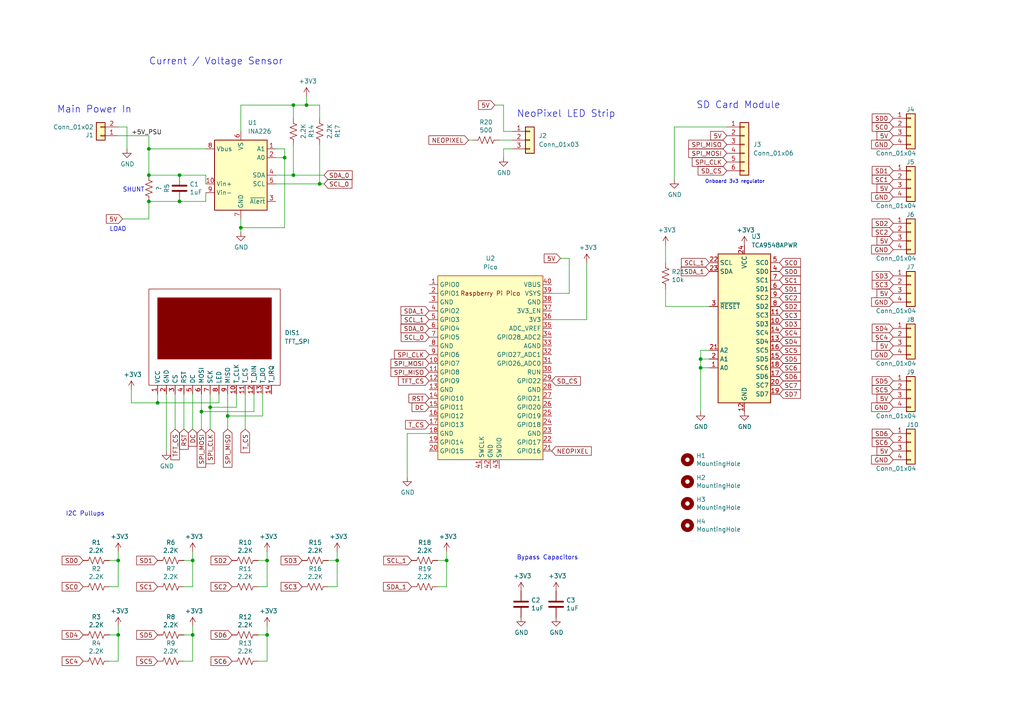
<source format=kicad_sch>
(kicad_sch (version 20211123) (generator eeschema)
  (paper "A4")
  (lib_symbols
    (symbol "Analog_ADC:INA226"
      (property "Reference" "U" (at -6.35 11.43 0))
      (property "Value" "INA226" (at 3.81 11.43 0))
      (symbol "INA226_0_1"
        (rectangle (start 7.62 10.16) (end -7.62 -10.16) (stroke (width 0.254)) (fill (type background)))
      )
      (symbol "INA226_1_1"
        (pin input line (at 10.16 7.62 180) (length 2.54) (name "A1") (number "1"))
        (pin input line (at -10.16 -2.54 0) (length 2.54) (name "Vin+") (number "10"))
        (pin input line (at 10.16 5.08 180) (length 2.54) (name "A0") (number "2"))
        (pin open_collector line (at 10.16 -7.62 180) (length 2.54) (name "~{Alert}") (number "3"))
        (pin bidirectional line (at 10.16 0 180) (length 2.54) (name "SDA") (number "4"))
        (pin input line (at 10.16 -2.54 180) (length 2.54) (name "SCL") (number "5"))
        (pin power_in line (at 0 12.7 270) (length 2.54) (name "VS") (number "6"))
        (pin power_in line (at 0 -12.7 90) (length 2.54) (name "GND") (number "7"))
        (pin input line (at -10.16 7.62 0) (length 2.54) (name "Vbus") (number "8"))
        (pin input line (at -10.16 -5.08 0) (length 2.54) (name "Vin-") (number "9"))
      )
    )
    (symbol "Connector_Generic:Conn_01x02" (pin_names (offset 1.016) hide)
      (property "Reference" "J" (at 0 2.54 0))
      (property "Value" "Conn_01x02" (at 0 -5.08 0))
      (symbol "Conn_01x02_1_1"
        (rectangle (start -1.27 -2.413) (end 0 -2.667) (stroke (width 0.1524)))
        (rectangle (start -1.27 0.127) (end 0 -0.127) (stroke (width 0.1524)))
        (rectangle (start -1.27 1.27) (end 1.27 -3.81) (stroke (width 0.254)) (fill (type background)))
        (pin passive line (at -5.08 0 0) (length 3.81) (name "Pin_1") (number "1"))
        (pin passive line (at -5.08 -2.54 0) (length 3.81) (name "Pin_2") (number "2"))
      )
    )
    (symbol "Connector_Generic:Conn_01x03" (pin_names (offset 1.016) hide)
      (property "Reference" "J" (at 0 5.08 0))
      (property "Value" "Conn_01x03" (at 0 -5.08 0))
      (symbol "Conn_01x03_1_1"
        (rectangle (start -1.27 -2.413) (end 0 -2.667) (stroke (width 0.1524)))
        (rectangle (start -1.27 0.127) (end 0 -0.127) (stroke (width 0.1524)))
        (rectangle (start -1.27 2.667) (end 0 2.413) (stroke (width 0.1524)))
        (rectangle (start -1.27 3.81) (end 1.27 -3.81) (stroke (width 0.254)) (fill (type background)))
        (pin passive line (at -5.08 2.54 0) (length 3.81) (name "Pin_1") (number "1"))
        (pin passive line (at -5.08 0 0) (length 3.81) (name "Pin_2") (number "2"))
        (pin passive line (at -5.08 -2.54 0) (length 3.81) (name "Pin_3") (number "3"))
      )
    )
    (symbol "Connector_Generic:Conn_01x04" (pin_names (offset 1.016) hide)
      (property "Reference" "J" (at 0 5.08 0))
      (property "Value" "Conn_01x04" (at 0 -7.62 0))
      (symbol "Conn_01x04_1_1"
        (rectangle (start -1.27 -4.953) (end 0 -5.207) (stroke (width 0.1524)))
        (rectangle (start -1.27 -2.413) (end 0 -2.667) (stroke (width 0.1524)))
        (rectangle (start -1.27 0.127) (end 0 -0.127) (stroke (width 0.1524)))
        (rectangle (start -1.27 2.667) (end 0 2.413) (stroke (width 0.1524)))
        (rectangle (start -1.27 3.81) (end 1.27 -6.35) (stroke (width 0.254)) (fill (type background)))
        (pin passive line (at -5.08 2.54 0) (length 3.81) (name "Pin_1") (number "1"))
        (pin passive line (at -5.08 0 0) (length 3.81) (name "Pin_2") (number "2"))
        (pin passive line (at -5.08 -2.54 0) (length 3.81) (name "Pin_3") (number "3"))
        (pin passive line (at -5.08 -5.08 0) (length 3.81) (name "Pin_4") (number "4"))
      )
    )
    (symbol "Connector_Generic:Conn_01x06" (pin_names (offset 1.016) hide)
      (property "Reference" "J" (at 0 7.62 0))
      (property "Value" "Conn_01x06" (at 0 -10.16 0))
      (symbol "Conn_01x06_1_1"
        (rectangle (start -1.27 -7.493) (end 0 -7.747) (stroke (width 0.1524)))
        (rectangle (start -1.27 -4.953) (end 0 -5.207) (stroke (width 0.1524)))
        (rectangle (start -1.27 -2.413) (end 0 -2.667) (stroke (width 0.1524)))
        (rectangle (start -1.27 0.127) (end 0 -0.127) (stroke (width 0.1524)))
        (rectangle (start -1.27 2.667) (end 0 2.413) (stroke (width 0.1524)))
        (rectangle (start -1.27 5.207) (end 0 4.953) (stroke (width 0.1524)))
        (rectangle (start -1.27 6.35) (end 1.27 -8.89) (stroke (width 0.254)) (fill (type background)))
        (pin passive line (at -5.08 5.08 0) (length 3.81) (name "Pin_1") (number "1"))
        (pin passive line (at -5.08 2.54 0) (length 3.81) (name "Pin_2") (number "2"))
        (pin passive line (at -5.08 0 0) (length 3.81) (name "Pin_3") (number "3"))
        (pin passive line (at -5.08 -2.54 0) (length 3.81) (name "Pin_4") (number "4"))
        (pin passive line (at -5.08 -5.08 0) (length 3.81) (name "Pin_5") (number "5"))
        (pin passive line (at -5.08 -7.62 0) (length 3.81) (name "Pin_6") (number "6"))
      )
    )
    (symbol "Device:C" (pin_numbers hide) (pin_names (offset 0.254))
      (property "Reference" "C" (at 0.635 2.54 0))
      (property "Value" "C" (at 0.635 -2.54 0))
      (symbol "C_0_1"
        (polyline (pts (xy -2.032 -0.762) (xy 2.032 -0.762)) (stroke (width 0.508)))
        (polyline (pts (xy -2.032 0.762) (xy 2.032 0.762)) (stroke (width 0.508)))
      )
      (symbol "C_1_1"
        (pin passive line (at 0 3.81 270) (length 2.794) (name "~") (number "1"))
        (pin passive line (at 0 -3.81 90) (length 2.794) (name "~") (number "2"))
      )
    )
    (symbol "Device:R_US" (pin_numbers hide) (pin_names (offset 0))
      (property "Reference" "R" (at 2.54 0 90))
      (property "Value" "R_US" (at -2.54 0 90))
      (symbol "R_US_0_1"
        (polyline (pts (xy 0 -2.286) (xy 0 -2.54)))
        (polyline (pts (xy 0 2.286) (xy 0 2.54)))
        (polyline (pts (xy 0 -0.762) (xy 1.016 -1.143) (xy 0 -1.524) (xy -1.016 -1.905) (xy 0 -2.286)))
        (polyline (pts (xy 0 0.762) (xy 1.016 0.381) (xy 0 0) (xy -1.016 -0.381) (xy 0 -0.762)))
        (polyline (pts (xy 0 2.286) (xy 1.016 1.905) (xy 0 1.524) (xy -1.016 1.143) (xy 0 0.762)))
      )
      (symbol "R_US_1_1"
        (pin passive line (at 0 3.81 270) (length 1.27) (name "~") (number "1"))
        (pin passive line (at 0 -3.81 90) (length 1.27) (name "~") (number "2"))
      )
    )
    (symbol "General:TFT_SPI"
      (property "Reference" "DIS" (at 3.81 29.21 0))
      (property "Value" "TFT_SPI" (at 36.83 29.21 0))
      (symbol "TFT_SPI_0_1"
        (rectangle (start 2.54 0) (end 40.64 27.94))
        (rectangle (start 5.08 25.4) (end 38.1 7.62) (fill (type outline)))
      )
      (symbol "TFT_SPI_1_1"
        (pin input line (at 5.08 -2.54 90) (length 2.54) (name "VCC") (number "1"))
        (pin input line (at 27.94 -2.54 90) (length 2.54) (name "T_CLK") (number "10"))
        (pin input line (at 30.48 -2.54 90) (length 2.54) (name "T_CS") (number "11"))
        (pin input line (at 33.02 -2.54 90) (length 2.54) (name "T_DIN") (number "12"))
        (pin input line (at 35.56 -2.54 90) (length 2.54) (name "T_DO") (number "13"))
        (pin input line (at 38.1 -2.54 90) (length 2.54) (name "T_IRQ") (number "14"))
        (pin input line (at 7.62 -2.54 90) (length 2.54) (name "GND") (number "2"))
        (pin input line (at 10.16 -2.54 90) (length 2.54) (name "CS") (number "3"))
        (pin input line (at 12.7 -2.54 90) (length 2.54) (name "RST") (number "4"))
        (pin input line (at 15.24 -2.54 90) (length 2.54) (name "DC") (number "5"))
        (pin input line (at 17.78 -2.54 90) (length 2.54) (name "MOSI") (number "6"))
        (pin input line (at 20.32 -2.54 90) (length 2.54) (name "SCK") (number "7"))
        (pin input line (at 22.86 -2.54 90) (length 2.54) (name "LED") (number "8"))
        (pin input line (at 25.4 -2.54 90) (length 2.54) (name "MISO") (number "9"))
      )
    )
    (symbol "Interface_Expansion:TCA9548APWR"
      (property "Reference" "U" (at -7.62 21.59 0))
      (property "Value" "TCA9548APWR" (at 1.016 21.59 0))
      (symbol "TCA9548APWR_0_1"
        (rectangle (start -7.62 20.32) (end 7.62 -22.86) (stroke (width 0.254)) (fill (type background)))
      )
      (symbol "TCA9548APWR_1_1"
        (pin input line (at -10.16 -12.7 0) (length 2.54) (name "A0") (number "1"))
        (pin bidirectional line (at 10.16 0 180) (length 2.54) (name "SD3") (number "10"))
        (pin output line (at 10.16 2.54 180) (length 2.54) (name "SC3") (number "11"))
        (pin power_in line (at 0 -25.4 90) (length 2.54) (name "GND") (number "12"))
        (pin bidirectional line (at 10.16 -5.08 180) (length 2.54) (name "SD4") (number "13"))
        (pin output line (at 10.16 -2.54 180) (length 2.54) (name "SC4") (number "14"))
        (pin bidirectional line (at 10.16 -10.16 180) (length 2.54) (name "SD5") (number "15"))
        (pin output line (at 10.16 -7.62 180) (length 2.54) (name "SC5") (number "16"))
        (pin bidirectional line (at 10.16 -15.24 180) (length 2.54) (name "SD6") (number "17"))
        (pin output line (at 10.16 -12.7 180) (length 2.54) (name "SC6") (number "18"))
        (pin bidirectional line (at 10.16 -20.32 180) (length 2.54) (name "SD7") (number "19"))
        (pin input line (at -10.16 -10.16 0) (length 2.54) (name "A1") (number "2"))
        (pin output line (at 10.16 -17.78 180) (length 2.54) (name "SC7") (number "20"))
        (pin input line (at -10.16 -7.62 0) (length 2.54) (name "A2") (number "21"))
        (pin input line (at -10.16 17.78 0) (length 2.54) (name "SCL") (number "22"))
        (pin bidirectional line (at -10.16 15.24 0) (length 2.54) (name "SDA") (number "23"))
        (pin power_in line (at 0 22.86 270) (length 2.54) (name "VCC") (number "24"))
        (pin input line (at -10.16 5.08 0) (length 2.54) (name "~{RESET}") (number "3"))
        (pin bidirectional line (at 10.16 15.24 180) (length 2.54) (name "SD0") (number "4"))
        (pin output line (at 10.16 17.78 180) (length 2.54) (name "SC0") (number "5"))
        (pin bidirectional line (at 10.16 10.16 180) (length 2.54) (name "SD1") (number "6"))
        (pin output line (at 10.16 12.7 180) (length 2.54) (name "SC1") (number "7"))
        (pin bidirectional line (at 10.16 5.08 180) (length 2.54) (name "SD2") (number "8"))
        (pin output line (at 10.16 7.62 180) (length 2.54) (name "SC2") (number "9"))
      )
    )
    (symbol "MCU_RaspberryPi_and_Boards:Pico"
      (property "Reference" "U" (at -13.97 27.94 0))
      (property "Value" "Pico" (at 0 19.05 0))
      (symbol "Pico_0_0"
        (text "Raspberry Pi Pico" (at 0 21.59 0) (effects (font (size 1.27 1.27))))
      )
      (symbol "Pico_0_1"
        (rectangle (start -15.24 26.67) (end 15.24 -26.67) (fill (type background)))
      )
      (symbol "Pico_1_1"
        (pin bidirectional line (at -17.78 24.13 0) (length 2.54) (name "GPIO0") (number "1"))
        (pin bidirectional line (at -17.78 1.27 0) (length 2.54) (name "GPIO7") (number "10"))
        (pin bidirectional line (at -17.78 -1.27 0) (length 2.54) (name "GPIO8") (number "11"))
        (pin bidirectional line (at -17.78 -3.81 0) (length 2.54) (name "GPIO9") (number "12"))
        (pin power_in line (at -17.78 -6.35 0) (length 2.54) (name "GND") (number "13"))
        (pin bidirectional line (at -17.78 -8.89 0) (length 2.54) (name "GPIO10") (number "14"))
        (pin bidirectional line (at -17.78 -11.43 0) (length 2.54) (name "GPIO11") (number "15"))
        (pin bidirectional line (at -17.78 -13.97 0) (length 2.54) (name "GPIO12") (number "16"))
        (pin bidirectional line (at -17.78 -16.51 0) (length 2.54) (name "GPIO13") (number "17"))
        (pin power_in line (at -17.78 -19.05 0) (length 2.54) (name "GND") (number "18"))
        (pin bidirectional line (at -17.78 -21.59 0) (length 2.54) (name "GPIO14") (number "19"))
        (pin bidirectional line (at -17.78 21.59 0) (length 2.54) (name "GPIO1") (number "2"))
        (pin bidirectional line (at -17.78 -24.13 0) (length 2.54) (name "GPIO15") (number "20"))
        (pin bidirectional line (at 17.78 -24.13 180) (length 2.54) (name "GPIO16") (number "21"))
        (pin bidirectional line (at 17.78 -21.59 180) (length 2.54) (name "GPIO17") (number "22"))
        (pin power_in line (at 17.78 -19.05 180) (length 2.54) (name "GND") (number "23"))
        (pin bidirectional line (at 17.78 -16.51 180) (length 2.54) (name "GPIO18") (number "24"))
        (pin bidirectional line (at 17.78 -13.97 180) (length 2.54) (name "GPIO19") (number "25"))
        (pin bidirectional line (at 17.78 -11.43 180) (length 2.54) (name "GPIO20") (number "26"))
        (pin bidirectional line (at 17.78 -8.89 180) (length 2.54) (name "GPIO21") (number "27"))
        (pin power_in line (at 17.78 -6.35 180) (length 2.54) (name "GND") (number "28"))
        (pin bidirectional line (at 17.78 -3.81 180) (length 2.54) (name "GPIO22") (number "29"))
        (pin power_in line (at -17.78 19.05 0) (length 2.54) (name "GND") (number "3"))
        (pin input line (at 17.78 -1.27 180) (length 2.54) (name "RUN") (number "30"))
        (pin bidirectional line (at 17.78 1.27 180) (length 2.54) (name "GPIO26_ADC0") (number "31"))
        (pin bidirectional line (at 17.78 3.81 180) (length 2.54) (name "GPIO27_ADC1") (number "32"))
        (pin power_in line (at 17.78 6.35 180) (length 2.54) (name "AGND") (number "33"))
        (pin bidirectional line (at 17.78 8.89 180) (length 2.54) (name "GPIO28_ADC2") (number "34"))
        (pin power_in line (at 17.78 11.43 180) (length 2.54) (name "ADC_VREF") (number "35"))
        (pin power_in line (at 17.78 13.97 180) (length 2.54) (name "3V3") (number "36"))
        (pin input line (at 17.78 16.51 180) (length 2.54) (name "3V3_EN") (number "37"))
        (pin bidirectional line (at 17.78 19.05 180) (length 2.54) (name "GND") (number "38"))
        (pin power_in line (at 17.78 21.59 180) (length 2.54) (name "VSYS") (number "39"))
        (pin bidirectional line (at -17.78 16.51 0) (length 2.54) (name "GPIO2") (number "4"))
        (pin power_in line (at 17.78 24.13 180) (length 2.54) (name "VBUS") (number "40"))
        (pin input line (at -2.54 -29.21 90) (length 2.54) (name "SWCLK") (number "41"))
        (pin power_in line (at 0 -29.21 90) (length 2.54) (name "GND") (number "42"))
        (pin bidirectional line (at 2.54 -29.21 90) (length 2.54) (name "SWDIO") (number "43"))
        (pin bidirectional line (at -17.78 13.97 0) (length 2.54) (name "GPIO3") (number "5"))
        (pin bidirectional line (at -17.78 11.43 0) (length 2.54) (name "GPIO4") (number "6"))
        (pin bidirectional line (at -17.78 8.89 0) (length 2.54) (name "GPIO5") (number "7"))
        (pin power_in line (at -17.78 6.35 0) (length 2.54) (name "GND") (number "8"))
        (pin bidirectional line (at -17.78 3.81 0) (length 2.54) (name "GPIO6") (number "9"))
      )
    )
    (symbol "Mechanical:MountingHole" (pin_names (offset 1.016))
      (property "Reference" "H" (at 0 5.08 0))
      (property "Value" "MountingHole" (at 0 3.175 0))
      (symbol "MountingHole_0_1"
        (circle (center 0 0) (radius 1.27) (stroke (width 1.27)))
      )
    )
    (symbol "power:+3V3" (power) (pin_names (offset 0))
      (property "Value" "+3V3" (at 0 3.556 0))
      (symbol "+3V3_0_1"
        (polyline (pts (xy -0.762 1.27) (xy 0 2.54)))
        (polyline (pts (xy 0 0) (xy 0 2.54)))
        (polyline (pts (xy 0 2.54) (xy 0.762 1.27)))
      )
      (symbol "+3V3_1_1"
        (pin power_in line (at 0 0 90) (length 0) hide (name "+3V3") (number "1"))
      )
    )
    (symbol "power:GND" (power) (pin_names (offset 0))
      (property "Value" "GND" (at 0 -3.81 0))
      (symbol "GND_0_1"
        (polyline (pts (xy 0 0) (xy 0 -1.27) (xy 1.27 -1.27) (xy 0 -2.54) (xy -1.27 -1.27) (xy 0 -1.27)))
      )
      (symbol "GND_1_1"
        (pin power_in line (at 0 0 270) (length 0) hide (name "GND") (number "1"))
      )
    )
  )
  (junction (at 34.29 162.56))
  (junction (at 52.07 50.8))
  (junction (at 77.47 184.15))
  (junction (at 55.88 162.56))
  (junction (at 85.09 50.8))
  (junction (at 43.18 43.18))
  (junction (at 82.55 45.72))
  (junction (at 43.18 50.8))
  (junction (at 55.88 184.15))
  (junction (at 34.29 184.15))
  (junction (at 92.71 53.34))
  (junction (at 58.42 119.38))
  (junction (at 43.18 58.42))
  (junction (at 66.04 120.65))
  (junction (at 60.96 118.11))
  (junction (at 129.54 162.56))
  (junction (at 52.07 58.42))
  (junction (at 69.85 66.04))
  (junction (at 45.72 116.84))
  (junction (at 85.09 30.48))
  (junction (at 203.2 104.14))
  (junction (at 77.47 162.56))
  (junction (at 97.79 162.56))
  (junction (at 203.2 106.68))
  (junction (at 88.9 30.48))
  (wire (pts (xy 74.93 162.56) (xy 77.47 162.56)))
  (wire (pts (xy 203.2 101.6) (xy 203.2 104.14)))
  (wire (pts (xy 48.26 114.3) (xy 48.26 130.81)))
  (wire (pts (xy 205.74 101.6) (xy 203.2 101.6)))
  (wire (pts (xy 76.2 120.65) (xy 66.04 120.65)))
  (wire (pts (xy 118.11 125.73) (xy 118.11 138.43)))
  (wire (pts (xy 31.75 191.77) (xy 34.29 191.77)))
  (wire (pts (xy 59.69 55.88) (xy 59.69 58.42)))
  (wire (pts (xy 50.8 114.3) (xy 50.8 124.46)))
  (wire (pts (xy 97.79 170.18) (xy 97.79 162.56)))
  (wire (pts (xy 34.29 184.15) (xy 34.29 181.61)))
  (wire (pts (xy 69.85 30.48) (xy 85.09 30.48)))
  (wire (pts (xy 77.47 184.15) (xy 77.47 181.61)))
  (wire (pts (xy 71.12 114.3) (xy 71.12 124.46)))
  (wire (pts (xy 31.75 170.18) (xy 34.29 170.18)))
  (wire (pts (xy 45.72 114.3) (xy 45.72 116.84)))
  (wire (pts (xy 85.09 41.91) (xy 85.09 50.8)))
  (wire (pts (xy 95.25 170.18) (xy 97.79 170.18)))
  (wire (pts (xy 129.54 162.56) (xy 129.54 160.02)))
  (wire (pts (xy 195.58 36.83) (xy 195.58 52.07)))
  (wire (pts (xy 205.74 104.14) (xy 203.2 104.14)))
  (wire (pts (xy 77.47 162.56) (xy 77.47 160.02)))
  (wire (pts (xy 43.18 58.42) (xy 52.07 58.42)))
  (wire (pts (xy 55.88 191.77) (xy 55.88 184.15)))
  (wire (pts (xy 74.93 170.18) (xy 77.47 170.18)))
  (wire (pts (xy 43.18 39.37) (xy 43.18 43.18)))
  (wire (pts (xy 82.55 66.04) (xy 69.85 66.04)))
  (wire (pts (xy 63.5 116.84) (xy 63.5 114.3)))
  (wire (pts (xy 195.58 36.83) (xy 210.82 36.83)))
  (wire (pts (xy 193.04 88.9) (xy 193.04 83.82)))
  (wire (pts (xy 34.29 170.18) (xy 34.29 162.56)))
  (wire (pts (xy 55.88 114.3) (xy 55.88 124.46)))
  (wire (pts (xy 43.18 43.18) (xy 59.69 43.18)))
  (wire (pts (xy 203.2 104.14) (xy 203.2 106.68)))
  (wire (pts (xy 74.93 184.15) (xy 77.47 184.15)))
  (wire (pts (xy 53.34 170.18) (xy 55.88 170.18)))
  (wire (pts (xy 55.88 162.56) (xy 55.88 160.02)))
  (wire (pts (xy 60.96 118.11) (xy 60.96 124.46)))
  (wire (pts (xy 165.1 74.93) (xy 165.1 85.09)))
  (wire (pts (xy 55.88 170.18) (xy 55.88 162.56)))
  (wire (pts (xy 205.74 106.68) (xy 203.2 106.68)))
  (wire (pts (xy 193.04 71.12) (xy 193.04 76.2)))
  (wire (pts (xy 127 170.18) (xy 129.54 170.18)))
  (wire (pts (xy 85.09 50.8) (xy 80.01 50.8)))
  (wire (pts (xy 85.09 34.29) (xy 85.09 30.48)))
  (wire (pts (xy 52.07 58.42) (xy 59.69 58.42)))
  (wire (pts (xy 85.09 30.48) (xy 88.9 30.48)))
  (wire (pts (xy 92.71 41.91) (xy 92.71 53.34)))
  (wire (pts (xy 66.04 120.65) (xy 66.04 124.46)))
  (wire (pts (xy 66.04 114.3) (xy 66.04 120.65)))
  (wire (pts (xy 129.54 170.18) (xy 129.54 162.56)))
  (wire (pts (xy 146.05 30.48) (xy 143.51 30.48)))
  (wire (pts (xy 36.83 36.83) (xy 36.83 43.18)))
  (wire (pts (xy 135.89 40.64) (xy 137.16 40.64)))
  (wire (pts (xy 165.1 85.09) (xy 160.02 85.09)))
  (wire (pts (xy 55.88 184.15) (xy 55.88 181.61)))
  (wire (pts (xy 43.18 58.42) (xy 43.18 63.5)))
  (wire (pts (xy 35.56 63.5) (xy 43.18 63.5)))
  (wire (pts (xy 170.18 92.71) (xy 170.18 76.2)))
  (wire (pts (xy 76.2 114.3) (xy 76.2 120.65)))
  (wire (pts (xy 146.05 43.18) (xy 146.05 45.72)))
  (wire (pts (xy 148.59 43.18) (xy 146.05 43.18)))
  (wire (pts (xy 77.47 191.77) (xy 77.47 184.15)))
  (wire (pts (xy 68.58 114.3) (xy 68.58 118.11)))
  (wire (pts (xy 127 162.56) (xy 129.54 162.56)))
  (wire (pts (xy 74.93 191.77) (xy 77.47 191.77)))
  (wire (pts (xy 77.47 170.18) (xy 77.47 162.56)))
  (wire (pts (xy 34.29 162.56) (xy 34.29 160.02)))
  (wire (pts (xy 95.25 162.56) (xy 97.79 162.56)))
  (wire (pts (xy 92.71 30.48) (xy 92.71 34.29)))
  (wire (pts (xy 80.01 43.18) (xy 82.55 43.18)))
  (wire (pts (xy 68.58 118.11) (xy 60.96 118.11)))
  (wire (pts (xy 203.2 106.68) (xy 203.2 119.38)))
  (wire (pts (xy 53.34 114.3) (xy 53.34 124.46)))
  (wire (pts (xy 59.69 50.8) (xy 52.07 50.8)))
  (wire (pts (xy 58.42 114.3) (xy 58.42 119.38)))
  (wire (pts (xy 93.98 53.34) (xy 92.71 53.34)))
  (wire (pts (xy 162.56 74.93) (xy 165.1 74.93)))
  (wire (pts (xy 148.59 38.1) (xy 146.05 38.1)))
  (wire (pts (xy 69.85 63.5) (xy 69.85 66.04)))
  (wire (pts (xy 43.18 50.8) (xy 52.07 50.8)))
  (wire (pts (xy 45.72 116.84) (xy 63.5 116.84)))
  (wire (pts (xy 34.29 36.83) (xy 36.83 36.83)))
  (wire (pts (xy 31.75 184.15) (xy 34.29 184.15)))
  (wire (pts (xy 73.66 119.38) (xy 58.42 119.38)))
  (wire (pts (xy 53.34 184.15) (xy 55.88 184.15)))
  (wire (pts (xy 82.55 43.18) (xy 82.55 45.72)))
  (wire (pts (xy 38.1 116.84) (xy 45.72 116.84)))
  (wire (pts (xy 146.05 30.48) (xy 146.05 38.1)))
  (wire (pts (xy 34.29 191.77) (xy 34.29 184.15)))
  (wire (pts (xy 193.04 88.9) (xy 205.74 88.9)))
  (wire (pts (xy 38.1 113.03) (xy 38.1 116.84)))
  (wire (pts (xy 31.75 162.56) (xy 34.29 162.56)))
  (wire (pts (xy 53.34 162.56) (xy 55.88 162.56)))
  (wire (pts (xy 88.9 27.94) (xy 88.9 30.48)))
  (wire (pts (xy 92.71 53.34) (xy 80.01 53.34)))
  (wire (pts (xy 144.78 40.64) (xy 148.59 40.64)))
  (wire (pts (xy 69.85 30.48) (xy 69.85 38.1)))
  (wire (pts (xy 34.29 39.37) (xy 43.18 39.37)))
  (wire (pts (xy 80.01 45.72) (xy 82.55 45.72)))
  (wire (pts (xy 97.79 162.56) (xy 97.79 160.02)))
  (wire (pts (xy 58.42 119.38) (xy 58.42 124.46)))
  (wire (pts (xy 59.69 53.34) (xy 59.69 50.8)))
  (wire (pts (xy 69.85 66.04) (xy 69.85 67.31)))
  (wire (pts (xy 73.66 114.3) (xy 73.66 119.38)))
  (wire (pts (xy 88.9 30.48) (xy 92.71 30.48)))
  (wire (pts (xy 124.46 125.73) (xy 118.11 125.73)))
  (wire (pts (xy 160.02 92.71) (xy 170.18 92.71)))
  (wire (pts (xy 82.55 45.72) (xy 82.55 66.04)))
  (wire (pts (xy 53.34 191.77) (xy 55.88 191.77)))
  (wire (pts (xy 93.98 50.8) (xy 85.09 50.8)))
  (wire (pts (xy 60.96 114.3) (xy 60.96 118.11)))
  (wire (pts (xy 43.18 43.18) (xy 43.18 50.8)))
  (text "SD Card Module" (at 201.93 31.75 0) (effects (font (size 2 2)) (justify left bottom)))
  (text "Current / Voltage Sensor\n" (at 43.18 19.05 0) (effects (font (size 2 2)) (justify left bottom)))
  (text "Main Power In\n" (at 16.51 33.02 0) (effects (font (size 2 2)) (justify left bottom)))
  (text "Bypass Capacitors\n" (at 149.86 162.56 0) (effects (font (size 1.27 1.27)) (justify left bottom)))
  (text "Onboard 3v3 regulator" (at 204.47 53.34 0) (effects (font (size 1 1)) (justify left bottom)))
  (text "LOAD" (at 31.75 67.31 0) (effects (font (size 1.27 1.27)) (justify left bottom)))
  (text "I2C Pullups\n" (at 19.05 149.86 0) (effects (font (size 1.27 1.27)) (justify left bottom)))
  (text "SHUNT" (at 35.56 55.88 0) (effects (font (size 1.27 1.27)) (justify left bottom)))
  (text "NeoPixel LED Strip\n" (at 149.86 34.29 0) (effects (font (size 2 2)) (justify left bottom)))
  (label "+5V_PSU" (at 38.1 39.37 0))
  (global_label "SD_CS" (shape input) (at 160.02 110.49 0) (property "Intersheet References" "${INTERSHEET_REFS}" (effects hide)))
  (global_label "SD4" (shape input) (at 259.08 95.25 180) (property "Intersheet References" "${INTERSHEET_REFS}" (effects hide)))
  (global_label "RST" (shape input) (at 53.34 124.46 270) (property "Intersheet References" "${INTERSHEET_REFS}" (effects hide)))
  (global_label "SCL_1" (shape input) (at 124.46 92.71 180) (property "Intersheet References" "${INTERSHEET_REFS}" (effects hide)))
  (global_label "SD0" (shape input) (at 259.08 34.29 180) (property "Intersheet References" "${INTERSHEET_REFS}" (effects hide)))
  (global_label "5V" (shape input) (at 143.51 30.48 180) (property "Intersheet References" "${INTERSHEET_REFS}" (effects hide)))
  (global_label "SC4" (shape input) (at 259.08 97.79 180) (property "Intersheet References" "${INTERSHEET_REFS}" (effects hide)))
  (global_label "SC2" (shape input) (at 259.08 67.31 180) (property "Intersheet References" "${INTERSHEET_REFS}" (effects hide)))
  (global_label "SDA_1" (shape input) (at 205.74 78.74 180) (property "Intersheet References" "${INTERSHEET_REFS}" (effects hide)))
  (global_label "SDA_0" (shape input) (at 93.98 50.8 0) (property "Intersheet References" "${INTERSHEET_REFS}" (effects hide)))
  (global_label "SD3" (shape input) (at 226.06 93.98 0) (property "Intersheet References" "${INTERSHEET_REFS}" (effects hide)))
  (global_label "SD6" (shape input) (at 259.08 125.73 180) (property "Intersheet References" "${INTERSHEET_REFS}" (effects hide)))
  (global_label "SD2" (shape input) (at 259.08 64.77 180) (property "Intersheet References" "${INTERSHEET_REFS}" (effects hide)))
  (global_label "5V" (shape input) (at 259.08 54.61 180) (property "Intersheet References" "${INTERSHEET_REFS}" (effects hide)))
  (global_label "SC3" (shape input) (at 259.08 82.55 180) (property "Intersheet References" "${INTERSHEET_REFS}" (effects hide)))
  (global_label "SC3" (shape input) (at 226.06 91.44 0) (property "Intersheet References" "${INTERSHEET_REFS}" (effects hide)))
  (global_label "SC7" (shape input) (at 226.06 111.76 0) (property "Intersheet References" "${INTERSHEET_REFS}" (effects hide)))
  (global_label "GND" (shape input) (at 259.08 57.15 180) (property "Intersheet References" "${INTERSHEET_REFS}" (effects hide)))
  (global_label "SPI_MISO" (shape input) (at 124.46 107.95 180) (property "Intersheet References" "${INTERSHEET_REFS}" (effects hide)))
  (global_label "SD1" (shape input) (at 45.72 162.56 180) (property "Intersheet References" "${INTERSHEET_REFS}" (effects hide)))
  (global_label "5V" (shape input) (at 259.08 69.85 180) (property "Intersheet References" "${INTERSHEET_REFS}" (effects hide)))
  (global_label "GND" (shape input) (at 259.08 87.63 180) (property "Intersheet References" "${INTERSHEET_REFS}" (effects hide)))
  (global_label "SC1" (shape input) (at 45.72 170.18 180) (property "Intersheet References" "${INTERSHEET_REFS}" (effects hide)))
  (global_label "5V" (shape input) (at 210.82 39.37 180) (property "Intersheet References" "${INTERSHEET_REFS}" (effects hide)))
  (global_label "GND" (shape input) (at 259.08 72.39 180) (property "Intersheet References" "${INTERSHEET_REFS}" (effects hide)))
  (global_label "TFT_CS" (shape input) (at 124.46 110.49 180) (property "Intersheet References" "${INTERSHEET_REFS}" (effects hide)))
  (global_label "SDA_0" (shape input) (at 124.46 95.25 180) (property "Intersheet References" "${INTERSHEET_REFS}" (effects hide)))
  (global_label "SPI_MOSI" (shape input) (at 124.46 105.41 180) (property "Intersheet References" "${INTERSHEET_REFS}" (effects hide)))
  (global_label "SC6" (shape input) (at 259.08 128.27 180) (property "Intersheet References" "${INTERSHEET_REFS}" (effects hide)))
  (global_label "GND" (shape input) (at 259.08 118.11 180) (property "Intersheet References" "${INTERSHEET_REFS}" (effects hide)))
  (global_label "SD1" (shape input) (at 226.06 83.82 0) (property "Intersheet References" "${INTERSHEET_REFS}" (effects hide)))
  (global_label "5V" (shape input) (at 35.56 63.5 180) (property "Intersheet References" "${INTERSHEET_REFS}" (effects hide)))
  (global_label "SD2" (shape input) (at 226.06 88.9 0) (property "Intersheet References" "${INTERSHEET_REFS}" (effects hide)))
  (global_label "SPI_MOSI" (shape input) (at 58.42 124.46 270) (property "Intersheet References" "${INTERSHEET_REFS}" (effects hide)))
  (global_label "SD5" (shape input) (at 226.06 104.14 0) (property "Intersheet References" "${INTERSHEET_REFS}" (effects hide)))
  (global_label "TFT_CS" (shape input) (at 50.8 124.46 270) (property "Intersheet References" "${INTERSHEET_REFS}" (effects hide)))
  (global_label "SC6" (shape input) (at 226.06 106.68 0) (property "Intersheet References" "${INTERSHEET_REFS}" (effects hide)))
  (global_label "NEOPIXEL" (shape input) (at 135.89 40.64 180) (property "Intersheet References" "${INTERSHEET_REFS}" (effects hide)))
  (global_label "SC1" (shape input) (at 226.06 81.28 0) (property "Intersheet References" "${INTERSHEET_REFS}" (effects hide)))
  (global_label "SC5" (shape input) (at 226.06 101.6 0) (property "Intersheet References" "${INTERSHEET_REFS}" (effects hide)))
  (global_label "5V" (shape input) (at 162.56 74.93 180) (property "Intersheet References" "${INTERSHEET_REFS}" (effects hide)))
  (global_label "SC2" (shape input) (at 226.06 86.36 0) (property "Intersheet References" "${INTERSHEET_REFS}" (effects hide)))
  (global_label "SD6" (shape input) (at 67.31 184.15 180) (property "Intersheet References" "${INTERSHEET_REFS}" (effects hide)))
  (global_label "DC" (shape input) (at 124.46 118.11 180) (property "Intersheet References" "${INTERSHEET_REFS}" (effects hide)))
  (global_label "SPI_CLK" (shape input) (at 210.82 46.99 180) (property "Intersheet References" "${INTERSHEET_REFS}" (effects hide)))
  (global_label "SCL_0" (shape input) (at 93.98 53.34 0) (property "Intersheet References" "${INTERSHEET_REFS}" (effects hide)))
  (global_label "SC4" (shape input) (at 24.13 191.77 180) (property "Intersheet References" "${INTERSHEET_REFS}" (effects hide)))
  (global_label "5V" (shape input) (at 259.08 39.37 180) (property "Intersheet References" "${INTERSHEET_REFS}" (effects hide)))
  (global_label "SPI_CLK" (shape input) (at 60.96 124.46 270) (property "Intersheet References" "${INTERSHEET_REFS}" (effects hide)))
  (global_label "GND" (shape input) (at 259.08 41.91 180) (property "Intersheet References" "${INTERSHEET_REFS}" (effects hide)))
  (global_label "SDA_1" (shape input) (at 124.46 90.17 180) (property "Intersheet References" "${INTERSHEET_REFS}" (effects hide)))
  (global_label "SC4" (shape input) (at 226.06 96.52 0) (property "Intersheet References" "${INTERSHEET_REFS}" (effects hide)))
  (global_label "SD5" (shape input) (at 45.72 184.15 180) (property "Intersheet References" "${INTERSHEET_REFS}" (effects hide)))
  (global_label "SC5" (shape input) (at 45.72 191.77 180) (property "Intersheet References" "${INTERSHEET_REFS}" (effects hide)))
  (global_label "GND" (shape input) (at 259.08 133.35 180) (property "Intersheet References" "${INTERSHEET_REFS}" (effects hide)))
  (global_label "SD0" (shape input) (at 24.13 162.56 180) (property "Intersheet References" "${INTERSHEET_REFS}" (effects hide)))
  (global_label "SD5" (shape input) (at 259.08 110.49 180) (property "Intersheet References" "${INTERSHEET_REFS}" (effects hide)))
  (global_label "SDA_1" (shape input) (at 119.38 170.18 180) (property "Intersheet References" "${INTERSHEET_REFS}" (effects hide)))
  (global_label "SD4" (shape input) (at 226.06 99.06 0) (property "Intersheet References" "${INTERSHEET_REFS}" (effects hide)))
  (global_label "5V" (shape input) (at 259.08 100.33 180) (property "Intersheet References" "${INTERSHEET_REFS}" (effects hide)))
  (global_label "SD3" (shape input) (at 87.63 162.56 180) (property "Intersheet References" "${INTERSHEET_REFS}" (effects hide)))
  (global_label "SPI_CLK" (shape input) (at 124.46 102.87 180) (property "Intersheet References" "${INTERSHEET_REFS}" (effects hide)))
  (global_label "SCL_0" (shape input) (at 124.46 97.79 180) (property "Intersheet References" "${INTERSHEET_REFS}" (effects hide)))
  (global_label "DC" (shape input) (at 55.88 124.46 270) (property "Intersheet References" "${INTERSHEET_REFS}" (effects hide)))
  (global_label "SD_CS" (shape input) (at 210.82 49.53 180) (property "Intersheet References" "${INTERSHEET_REFS}" (effects hide)))
  (global_label "SD1" (shape input) (at 259.08 49.53 180) (property "Intersheet References" "${INTERSHEET_REFS}" (effects hide)))
  (global_label "SC0" (shape input) (at 24.13 170.18 180) (property "Intersheet References" "${INTERSHEET_REFS}" (effects hide)))
  (global_label "SC1" (shape input) (at 259.08 52.07 180) (property "Intersheet References" "${INTERSHEET_REFS}" (effects hide)))
  (global_label "SD2" (shape input) (at 67.31 162.56 180) (property "Intersheet References" "${INTERSHEET_REFS}" (effects hide)))
  (global_label "5V" (shape input) (at 259.08 85.09 180) (property "Intersheet References" "${INTERSHEET_REFS}" (effects hide)))
  (global_label "SPI_MISO" (shape input) (at 66.04 124.46 270) (property "Intersheet References" "${INTERSHEET_REFS}" (effects hide)))
  (global_label "RST" (shape input) (at 124.46 115.57 180) (property "Intersheet References" "${INTERSHEET_REFS}" (effects hide)))
  (global_label "T_CS" (shape input) (at 124.46 123.19 180) (property "Intersheet References" "${INTERSHEET_REFS}" (effects hide)))
  (global_label "SD3" (shape input) (at 259.08 80.01 180) (property "Intersheet References" "${INTERSHEET_REFS}" (effects hide)))
  (global_label "5V" (shape input) (at 259.08 130.81 180) (property "Intersheet References" "${INTERSHEET_REFS}" (effects hide)))
  (global_label "SD0" (shape input) (at 226.06 78.74 0) (property "Intersheet References" "${INTERSHEET_REFS}" (effects hide)))
  (global_label "SD6" (shape input) (at 226.06 109.22 0) (property "Intersheet References" "${INTERSHEET_REFS}" (effects hide)))
  (global_label "SC5" (shape input) (at 259.08 113.03 180) (property "Intersheet References" "${INTERSHEET_REFS}" (effects hide)))
  (global_label "SC0" (shape input) (at 259.08 36.83 180) (property "Intersheet References" "${INTERSHEET_REFS}" (effects hide)))
  (global_label "T_CS" (shape input) (at 71.12 124.46 270) (property "Intersheet References" "${INTERSHEET_REFS}" (effects hide)))
  (global_label "5V" (shape input) (at 259.08 115.57 180) (property "Intersheet References" "${INTERSHEET_REFS}" (effects hide)))
  (global_label "SD7" (shape input) (at 226.06 114.3 0) (property "Intersheet References" "${INTERSHEET_REFS}" (effects hide)))
  (global_label "SC3" (shape input) (at 87.63 170.18 180) (property "Intersheet References" "${INTERSHEET_REFS}" (effects hide)))
  (global_label "SCL_1" (shape input) (at 119.38 162.56 180) (property "Intersheet References" "${INTERSHEET_REFS}" (effects hide)))
  (global_label "SPI_MOSI" (shape input) (at 210.82 44.45 180) (property "Intersheet References" "${INTERSHEET_REFS}" (effects hide)))
  (global_label "SC6" (shape input) (at 67.31 191.77 180) (property "Intersheet References" "${INTERSHEET_REFS}" (effects hide)))
  (global_label "SPI_MISO" (shape input) (at 210.82 41.91 180) (property "Intersheet References" "${INTERSHEET_REFS}" (effects hide)))
  (global_label "SC0" (shape input) (at 226.06 76.2 0) (property "Intersheet References" "${INTERSHEET_REFS}" (effects hide)))
  (global_label "SC2" (shape input) (at 67.31 170.18 180) (property "Intersheet References" "${INTERSHEET_REFS}" (effects hide)))
  (global_label "SCL_1" (shape input) (at 205.74 76.2 180) (property "Intersheet References" "${INTERSHEET_REFS}" (effects hide)))
  (global_label "SD4" (shape input) (at 24.13 184.15 180) (property "Intersheet References" "${INTERSHEET_REFS}" (effects hide)))
  (global_label "NEOPIXEL" (shape input) (at 160.02 130.81 0) (property "Intersheet References" "${INTERSHEET_REFS}" (effects hide)))
  (global_label "GND" (shape input) (at 259.08 102.87 180) (property "Intersheet References" "${INTERSHEET_REFS}" (effects hide)))
  (symbol (lib_id "Device:R_US") (at 123.19 162.56 270) (unit 1)
    (property "Reference" "R18" (at 123.19 157.353 90))
    (property "Value" "2.2K" (at 123.19 159.6644 90))
    (property "Footprint" "Resistor_SMD:R_0805_2012Metric_Pad1.20x1.40mm_HandSolder" (effects hide))
  )
  (symbol (lib_id "power:+3V3") (at 129.54 160.02 0) (unit 1)
    (property "Reference" "#PWR014" (effects hide))
    (property "Value" "+3V3" (at 129.921 155.6258 0))
  )
  (symbol (lib_id "Device:R_US") (at 123.19 170.18 270) (unit 1)
    (property "Reference" "R19" (at 123.19 164.973 90))
    (property "Value" "2.2K" (at 123.19 167.2844 90))
    (property "Footprint" "Resistor_SMD:R_0805_2012Metric_Pad1.20x1.40mm_HandSolder" (effects hide))
  )
  (symbol (lib_id "Device:R_US") (at 193.04 80.01 0) (unit 1)
    (property "Reference" "R21" (at 194.7672 78.8416 0) (effects (justify left)))
    (property "Value" "10k" (at 194.7672 81.153 0) (effects (justify left)))
    (property "Footprint" "Resistor_SMD:R_0805_2012Metric_Pad1.20x1.40mm_HandSolder" (effects hide))
  )
  (symbol (lib_id "power:GND") (at 203.2 119.38 0) (unit 1)
    (property "Reference" "#PWR023" (effects hide))
    (property "Value" "GND" (at 203.327 123.7742 0))
  )
  (symbol (lib_id "power:+3V3") (at 170.18 76.2 0) (unit 1)
    (property "Reference" "#PWR020" (effects hide))
    (property "Value" "+3V3" (at 170.561 71.8058 0))
  )
  (symbol (lib_id "power:GND") (at 118.11 138.43 0) (unit 1)
    (property "Reference" "#PWR013" (effects hide))
    (property "Value" "GND" (at 118.237 142.8242 0))
  )
  (symbol (lib_id "power:GND") (at 215.9 119.38 0) (unit 1)
    (property "Reference" "#PWR025" (effects hide))
    (property "Value" "GND" (at 216.027 123.7742 0))
  )
  (symbol (lib_id "power:+3V3") (at 215.9 71.12 0) (unit 1)
    (property "Reference" "#PWR024" (effects hide))
    (property "Value" "+3V3" (at 216.281 66.7258 0))
  )
  (symbol (lib_id "power:+3V3") (at 193.04 71.12 0) (unit 1)
    (property "Reference" "#PWR021" (effects hide))
    (property "Value" "+3V3" (at 193.421 66.7258 0))
  )
  (symbol (lib_id "Connector_Generic:Conn_01x04") (at 264.16 36.83 0) (unit 1)
    (property "Reference" "J4" (at 262.89 31.75 0) (effects (justify left)))
    (property "Value" "Conn_01x04" (at 254 44.45 0) (effects (justify left)))
    (property "Footprint" "Connector_PinHeader_2.54mm:PinHeader_1x04_P2.54mm_Horizontal" (effects hide))
  )
  (symbol (lib_id "Connector_Generic:Conn_01x04") (at 264.16 52.07 0) (unit 1)
    (property "Reference" "J5" (at 262.89 46.99 0) (effects (justify left)))
    (property "Value" "Conn_01x04" (at 254 59.69 0) (effects (justify left)))
    (property "Footprint" "Connector_PinHeader_2.54mm:PinHeader_1x04_P2.54mm_Horizontal" (effects hide))
  )
  (symbol (lib_id "Connector_Generic:Conn_01x04") (at 264.16 67.31 0) (unit 1)
    (property "Reference" "J6" (at 262.89 62.23 0) (effects (justify left)))
    (property "Value" "Conn_01x04" (at 254 74.93 0) (effects (justify left)))
    (property "Footprint" "Connector_PinHeader_2.54mm:PinHeader_1x04_P2.54mm_Horizontal" (effects hide))
  )
  (symbol (lib_id "Connector_Generic:Conn_01x04") (at 264.16 82.55 0) (unit 1)
    (property "Reference" "J7" (at 262.89 77.47 0) (effects (justify left)))
    (property "Value" "Conn_01x04" (at 254 90.17 0) (effects (justify left)))
    (property "Footprint" "Connector_PinHeader_2.54mm:PinHeader_1x04_P2.54mm_Horizontal" (effects hide))
  )
  (symbol (lib_id "Connector_Generic:Conn_01x04") (at 264.16 97.79 0) (unit 1)
    (property "Reference" "J8" (at 262.89 92.71 0) (effects (justify left)))
    (property "Value" "Conn_01x04" (at 254 105.41 0) (effects (justify left)))
    (property "Footprint" "Connector_PinHeader_2.54mm:PinHeader_1x04_P2.54mm_Horizontal" (effects hide))
  )
  (symbol (lib_id "Connector_Generic:Conn_01x04") (at 264.16 113.03 0) (unit 1)
    (property "Reference" "J9" (at 262.89 107.95 0) (effects (justify left)))
    (property "Value" "Conn_01x04" (at 254 120.65 0) (effects (justify left)))
    (property "Footprint" "Connector_PinHeader_2.54mm:PinHeader_1x04_P2.54mm_Horizontal" (effects hide))
  )
  (symbol (lib_id "Connector_Generic:Conn_01x04") (at 264.16 128.27 0) (unit 1)
    (property "Reference" "J10" (at 262.89 123.19 0) (effects (justify left)))
    (property "Value" "Conn_01x04" (at 254 135.89 0) (effects (justify left)))
    (property "Footprint" "Connector_PinHeader_2.54mm:PinHeader_1x04_P2.54mm_Horizontal" (effects hide))
  )
  (symbol (lib_id "Device:C") (at 151.13 175.26 0) (unit 1)
    (property "Reference" "C2" (at 154.051 174.0916 0) (effects (justify left)))
    (property "Value" "1uF" (at 154.051 176.403 0) (effects (justify left)))
    (property "Footprint" "Capacitor_SMD:C_0805_2012Metric_Pad1.18x1.45mm_HandSolder" (effects hide))
  )
  (symbol (lib_id "power:GND") (at 151.13 179.07 0) (unit 1)
    (property "Reference" "#PWR017" (effects hide))
    (property "Value" "GND" (at 151.257 183.4642 0))
  )
  (symbol (lib_id "power:+3V3") (at 151.13 171.45 0) (unit 1)
    (property "Reference" "#PWR016" (effects hide))
    (property "Value" "+3V3" (at 151.511 167.0558 0))
  )
  (symbol (lib_id "Device:R_US") (at 27.94 162.56 270) (unit 1)
    (property "Reference" "R1" (at 27.94 157.353 90))
    (property "Value" "2.2K" (at 27.94 159.6644 90))
    (property "Footprint" "Resistor_SMD:R_0805_2012Metric_Pad1.20x1.40mm_HandSolder" (effects hide))
  )
  (symbol (lib_id "power:+3V3") (at 34.29 160.02 0) (unit 1)
    (property "Reference" "#PWR01" (effects hide))
    (property "Value" "+3V3" (at 34.671 155.6258 0))
  )
  (symbol (lib_id "Device:R_US") (at 27.94 170.18 270) (unit 1)
    (property "Reference" "R2" (at 27.94 164.973 90))
    (property "Value" "2.2K" (at 27.94 167.2844 90))
    (property "Footprint" "Resistor_SMD:R_0805_2012Metric_Pad1.20x1.40mm_HandSolder" (effects hide))
  )
  (symbol (lib_id "Device:R_US") (at 49.53 162.56 270) (unit 1)
    (property "Reference" "R6" (at 49.53 157.353 90))
    (property "Value" "2.2K" (at 49.53 159.6644 90))
    (property "Footprint" "Resistor_SMD:R_0805_2012Metric_Pad1.20x1.40mm_HandSolder" (effects hide))
  )
  (symbol (lib_id "power:+3V3") (at 55.88 160.02 0) (unit 1)
    (property "Reference" "#PWR06" (effects hide))
    (property "Value" "+3V3" (at 56.261 155.6258 0))
  )
  (symbol (lib_id "Device:R_US") (at 49.53 170.18 270) (unit 1)
    (property "Reference" "R7" (at 49.53 164.973 90))
    (property "Value" "2.2K" (at 49.53 167.2844 90))
    (property "Footprint" "Resistor_SMD:R_0805_2012Metric_Pad1.20x1.40mm_HandSolder" (effects hide))
  )
  (symbol (lib_id "Device:R_US") (at 71.12 162.56 270) (unit 1)
    (property "Reference" "R10" (at 71.12 157.353 90))
    (property "Value" "2.2K" (at 71.12 159.6644 90))
    (property "Footprint" "Resistor_SMD:R_0805_2012Metric_Pad1.20x1.40mm_HandSolder" (effects hide))
  )
  (symbol (lib_id "power:+3V3") (at 77.47 160.02 0) (unit 1)
    (property "Reference" "#PWR09" (effects hide))
    (property "Value" "+3V3" (at 77.851 155.6258 0))
  )
  (symbol (lib_id "Device:R_US") (at 71.12 170.18 270) (unit 1)
    (property "Reference" "R11" (at 71.12 164.973 90))
    (property "Value" "2.2K" (at 71.12 167.2844 90))
    (property "Footprint" "Resistor_SMD:R_0805_2012Metric_Pad1.20x1.40mm_HandSolder" (effects hide))
  )
  (symbol (lib_id "Device:R_US") (at 91.44 162.56 270) (unit 1)
    (property "Reference" "R15" (at 91.44 157.353 90))
    (property "Value" "2.2K" (at 91.44 159.6644 90))
    (property "Footprint" "Resistor_SMD:R_0805_2012Metric_Pad1.20x1.40mm_HandSolder" (effects hide))
  )
  (symbol (lib_id "power:+3V3") (at 97.79 160.02 0) (unit 1)
    (property "Reference" "#PWR012" (effects hide))
    (property "Value" "+3V3" (at 98.171 155.6258 0))
  )
  (symbol (lib_id "Device:R_US") (at 91.44 170.18 270) (unit 1)
    (property "Reference" "R16" (at 91.44 164.973 90))
    (property "Value" "2.2K" (at 91.44 167.2844 90))
    (property "Footprint" "Resistor_SMD:R_0805_2012Metric_Pad1.20x1.40mm_HandSolder" (effects hide))
  )
  (symbol (lib_id "Device:R_US") (at 27.94 184.15 270) (unit 1)
    (property "Reference" "R3" (at 27.94 178.943 90))
    (property "Value" "2.2K" (at 27.94 181.2544 90))
    (property "Footprint" "Resistor_SMD:R_0805_2012Metric_Pad1.20x1.40mm_HandSolder" (effects hide))
  )
  (symbol (lib_id "power:+3V3") (at 34.29 181.61 0) (unit 1)
    (property "Reference" "#PWR02" (effects hide))
    (property "Value" "+3V3" (at 34.671 177.2158 0))
  )
  (symbol (lib_id "Device:R_US") (at 27.94 191.77 270) (unit 1)
    (property "Reference" "R4" (at 27.94 186.563 90))
    (property "Value" "2.2K" (at 27.94 188.8744 90))
    (property "Footprint" "Resistor_SMD:R_0805_2012Metric_Pad1.20x1.40mm_HandSolder" (effects hide))
  )
  (symbol (lib_id "Device:R_US") (at 49.53 184.15 270) (unit 1)
    (property "Reference" "R8" (at 49.53 178.943 90))
    (property "Value" "2.2K" (at 49.53 181.2544 90))
    (property "Footprint" "Resistor_SMD:R_0805_2012Metric_Pad1.20x1.40mm_HandSolder" (effects hide))
  )
  (symbol (lib_id "power:+3V3") (at 55.88 181.61 0) (unit 1)
    (property "Reference" "#PWR07" (effects hide))
    (property "Value" "+3V3" (at 56.261 177.2158 0))
  )
  (symbol (lib_id "Device:R_US") (at 49.53 191.77 270) (unit 1)
    (property "Reference" "R9" (at 49.53 186.563 90))
    (property "Value" "2.2K" (at 49.53 188.8744 90))
    (property "Footprint" "Resistor_SMD:R_0805_2012Metric_Pad1.20x1.40mm_HandSolder" (effects hide))
  )
  (symbol (lib_id "Device:R_US") (at 71.12 184.15 270) (unit 1)
    (property "Reference" "R12" (at 71.12 178.943 90))
    (property "Value" "2.2K" (at 71.12 181.2544 90))
    (property "Footprint" "Resistor_SMD:R_0805_2012Metric_Pad1.20x1.40mm_HandSolder" (effects hide))
  )
  (symbol (lib_id "power:+3V3") (at 77.47 181.61 0) (unit 1)
    (property "Reference" "#PWR010" (effects hide))
    (property "Value" "+3V3" (at 77.851 177.2158 0))
  )
  (symbol (lib_id "Device:R_US") (at 71.12 191.77 270) (unit 1)
    (property "Reference" "R13" (at 71.12 186.563 90))
    (property "Value" "2.2K" (at 71.12 188.8744 90))
    (property "Footprint" "Resistor_SMD:R_0805_2012Metric_Pad1.20x1.40mm_HandSolder" (effects hide))
  )
  (symbol (lib_id "Mechanical:MountingHole") (at 199.39 133.35 0) (unit 1)
    (property "Reference" "H1" (at 201.93 132.1816 0) (effects (justify left)))
    (property "Value" "MountingHole" (at 201.93 134.493 0) (effects (justify left)))
    (property "Footprint" "MountingHole:MountingHole_3.2mm_M3" (effects hide))
  )
  (symbol (lib_id "Mechanical:MountingHole") (at 199.39 139.7 0) (unit 1)
    (property "Reference" "H2" (at 201.93 138.5316 0) (effects (justify left)))
    (property "Value" "MountingHole" (at 201.93 140.843 0) (effects (justify left)))
    (property "Footprint" "MountingHole:MountingHole_3.2mm_M3" (effects hide))
  )
  (symbol (lib_id "Mechanical:MountingHole") (at 199.39 146.05 0) (unit 1)
    (property "Reference" "H3" (at 201.93 144.8816 0) (effects (justify left)))
    (property "Value" "MountingHole" (at 201.93 147.193 0) (effects (justify left)))
    (property "Footprint" "MountingHole:MountingHole_3.2mm_M3" (effects hide))
  )
  (symbol (lib_id "Mechanical:MountingHole") (at 199.39 152.4 0) (unit 1)
    (property "Reference" "H4" (at 201.93 151.2316 0) (effects (justify left)))
    (property "Value" "MountingHole" (at 201.93 153.543 0) (effects (justify left)))
    (property "Footprint" "MountingHole:MountingHole_3.2mm_M3" (effects hide))
  )
  (symbol (lib_id "Connector_Generic:Conn_01x03") (at 153.67 40.64 0) (unit 1)
    (property "Reference" "J2" (at 156.21 39.3699 0) (effects (justify left)))
    (property "Value" "Conn_01x03" (at 156.21 41.9099 0) (effects (justify left)))
    (property "Footprint" "Connector_PinHeader_2.54mm:PinHeader_1x03_P2.54mm_Horizontal" (effects hide))
  )
  (symbol (lib_id "Analog_ADC:INA226") (at 69.85 50.8 0) (unit 1)
    (property "Reference" "U1" (at 71.8694 35.56 0) (effects (justify left)))
    (property "Value" "INA226" (at 71.8694 38.1 0) (effects (justify left)))
    (property "Footprint" "Package_SO:VSSOP-10_3x3mm_P0.5mm" (effects hide))
    (property "Datasheet" "http://www.ti.com/lit/ds/symlink/ina226.pdf" (effects hide))
  )
  (symbol (lib_id "MCU_RaspberryPi_and_Boards:Pico") (at 142.24 106.68 0) (unit 1)
    (property "Reference" "U2" (at 142.24 74.93 0))
    (property "Value" "Pico" (at 142.24 77.47 0))
    (property "Footprint" "MCU_RaspberryPi_and_Boards:RPi_Pico_SMD_TH" (effects hide))
  )
  (symbol (lib_id "power:+3V3") (at 88.9 27.94 0) (unit 1)
    (property "Reference" "#PWR011" (effects hide))
    (property "Value" "+3V3" (at 89.281 23.5458 0))
  )
  (symbol (lib_id "power:GND") (at 36.83 43.18 0) (unit 1)
    (property "Reference" "#PWR03" (effects hide))
    (property "Value" "GND" (at 36.957 47.5742 0))
  )
  (symbol (lib_id "Device:C") (at 52.07 54.61 0) (unit 1)
    (property "Reference" "C1" (at 54.991 53.4416 0) (effects (justify left)))
    (property "Value" "1uF" (at 54.991 55.753 0) (effects (justify left)))
    (property "Footprint" "Capacitor_SMD:C_0805_2012Metric_Pad1.18x1.45mm_HandSolder" (effects hide))
  )
  (symbol (lib_id "power:GND") (at 146.05 45.72 0) (unit 1)
    (property "Reference" "#PWR015" (effects hide))
    (property "Value" "GND" (at 146.177 50.1142 0))
  )
  (symbol (lib_id "Device:R_US") (at 92.71 38.1 180) (unit 1)
    (property "Reference" "R17" (at 97.917 38.1 90))
    (property "Value" "2.2K" (at 95.6056 38.1 90))
    (property "Footprint" "Resistor_SMD:R_0805_2012Metric_Pad1.20x1.40mm_HandSolder" (effects hide))
  )
  (symbol (lib_id "power:+3V3") (at 161.29 171.45 0) (unit 1)
    (property "Reference" "#PWR018" (effects hide))
    (property "Value" "+3V3" (at 161.671 167.0558 0))
  )
  (symbol (lib_id "power:GND") (at 161.29 179.07 0) (unit 1)
    (property "Reference" "#PWR019" (effects hide))
    (property "Value" "GND" (at 161.417 183.4642 0))
  )
  (symbol (lib_id "power:GND") (at 48.26 130.81 0) (unit 1)
    (property "Reference" "#PWR05" (effects hide))
    (property "Value" "GND" (at 48.387 135.2042 0))
  )
  (symbol (lib_id "Device:R_US") (at 85.09 38.1 180) (unit 1)
    (property "Reference" "R14" (at 90.297 38.1 90))
    (property "Value" "2.2K" (at 87.9856 38.1 90))
    (property "Footprint" "Resistor_SMD:R_0805_2012Metric_Pad1.20x1.40mm_HandSolder" (effects hide))
  )
  (symbol (lib_id "General:TFT_SPI") (at 40.64 111.76 0) (unit 1)
    (property "Reference" "DIS1" (at 82.55 96.5199 0) (effects (justify left)))
    (property "Value" "TFT_SPI" (at 82.55 99.0599 0) (effects (justify left)))
    (property "Footprint" "General:TFT_SPI" (effects hide))
  )
  (symbol (lib_id "Connector_Generic:Conn_01x06") (at 215.9 41.91 0) (unit 1)
    (property "Reference" "J3" (at 218.44 41.9099 0) (effects (justify left)))
    (property "Value" "Conn_01x06" (at 218.44 44.4499 0) (effects (justify left)))
    (property "Footprint" "Connector_PinHeader_2.54mm:PinHeader_1x06_P2.54mm_Horizontal" (effects hide))
  )
  (symbol (lib_id "Interface_Expansion:TCA9548APWR") (at 215.9 93.98 0) (unit 1)
    (property "Reference" "U3" (at 217.9194 68.58 0) (effects (justify left)))
    (property "Value" "TCA9548APWR" (at 217.9194 71.12 0) (effects (justify left)))
    (property "Footprint" "Package_SO:TSSOP-24_4.4x7.8mm_P0.65mm" (effects hide))
    (property "Datasheet" "http://www.ti.com/lit/ds/symlink/tca9548a.pdf" (effects hide))
  )
  (symbol (lib_id "power:GND") (at 69.85 67.31 0) (unit 1)
    (property "Reference" "#PWR08" (effects hide))
    (property "Value" "GND" (at 69.977 71.7042 0))
  )
  (symbol (lib_id "power:GND") (at 195.58 52.07 0) (unit 1)
    (property "Reference" "#PWR022" (effects hide))
    (property "Value" "GND" (at 195.707 56.4642 0))
  )
  (symbol (lib_id "Device:R_US") (at 43.18 54.61 180) (unit 1)
    (property "Reference" "R5" (at 48.387 54.61 90))
    (property "Value" "?" (at 46.0756 54.61 90))
    (property "Footprint" "Resistor_SMD:R_2512_6332Metric_Pad1.40x3.35mm_HandSolder" (effects hide))
  )
  (symbol (lib_id "Device:C") (at 161.29 175.26 0) (unit 1)
    (property "Reference" "C3" (at 164.211 174.0916 0) (effects (justify left)))
    (property "Value" "1uF" (at 164.211 176.403 0) (effects (justify left)))
    (property "Footprint" "Capacitor_SMD:C_0805_2012Metric_Pad1.18x1.45mm_HandSolder" (effects hide))
  )
  (symbol (lib_id "Connector_Generic:Conn_01x02") (at 29.21 39.37 180) (unit 1)
    (property "Reference" "J1" (at 27.178 39.1668 0) (effects (justify left)))
    (property "Value" "Conn_01x02" (at 27.178 36.8554 0) (effects (justify left)))
    (property "Footprint" "TerminalBlock:TerminalBlock_bornier-2_P5.08mm" (effects hide))
  )
  (symbol (lib_id "Device:R_US") (at 140.97 40.64 270) (unit 1)
    (property "Reference" "R20" (at 140.97 35.433 90))
    (property "Value" "500" (at 140.97 37.7444 90))
    (property "Footprint" "Resistor_SMD:R_0805_2012Metric_Pad1.20x1.40mm_HandSolder" (effects hide))
  )
  (symbol (lib_id "power:+3V3") (at 38.1 113.03 0) (unit 1)
    (property "Reference" "#PWR04" (effects hide))
    (property "Value" "+3V3" (at 38.481 108.6358 0))
  )
)
</source>
